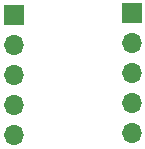
<source format=gbr>
%TF.GenerationSoftware,KiCad,Pcbnew,(6.0.4)*%
%TF.CreationDate,2023-08-09T14:35:33-04:00*%
%TF.ProjectId,MS32,4d533332-2e6b-4696-9361-645f70636258,rev?*%
%TF.SameCoordinates,Original*%
%TF.FileFunction,Soldermask,Bot*%
%TF.FilePolarity,Negative*%
%FSLAX46Y46*%
G04 Gerber Fmt 4.6, Leading zero omitted, Abs format (unit mm)*
G04 Created by KiCad (PCBNEW (6.0.4)) date 2023-08-09 14:35:33*
%MOMM*%
%LPD*%
G01*
G04 APERTURE LIST*
%ADD10R,1.700000X1.700000*%
%ADD11O,1.700000X1.700000*%
G04 APERTURE END LIST*
D10*
%TO.C,J2*%
X110850000Y-100325000D03*
D11*
X110850000Y-102865000D03*
X110850000Y-105405000D03*
X110850000Y-107945000D03*
X110850000Y-110485000D03*
%TD*%
D10*
%TO.C,J1*%
X100850000Y-100500000D03*
D11*
X100850000Y-103040000D03*
X100850000Y-105580000D03*
X100850000Y-108120000D03*
X100850000Y-110660000D03*
%TD*%
M02*

</source>
